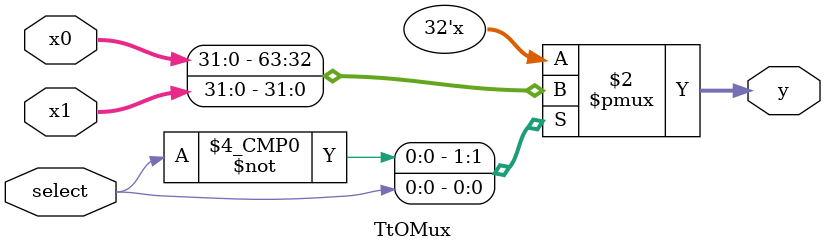
<source format=sv>
`timescale 1ns / 1ps


module TtOMux(
    input logic [31:0] x0,
    input logic [31:0] x1,
    input logic select,
    output logic [31:0] y
    );
    always_comb
    begin
    case(select)
    1'b0: y=x0;
    1'b1: y=x1;
    default y=x0;
    endcase
    end
endmodule 

</source>
